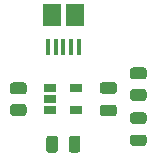
<source format=gbr>
%TF.GenerationSoftware,KiCad,Pcbnew,(5.1.10)-1*%
%TF.CreationDate,2021-10-28T23:59:16+02:00*%
%TF.ProjectId,Battery Charger Li-Po,42617474-6572-4792-9043-686172676572,rev?*%
%TF.SameCoordinates,Original*%
%TF.FileFunction,Paste,Top*%
%TF.FilePolarity,Positive*%
%FSLAX46Y46*%
G04 Gerber Fmt 4.6, Leading zero omitted, Abs format (unit mm)*
G04 Created by KiCad (PCBNEW (5.1.10)-1) date 2021-10-28 23:59:16*
%MOMM*%
%LPD*%
G01*
G04 APERTURE LIST*
%ADD10R,1.060000X0.650000*%
%ADD11R,1.500000X1.900000*%
%ADD12R,0.400000X1.350000*%
G04 APERTURE END LIST*
D10*
%TO.C,U1*%
X139530000Y-123510000D03*
X139530000Y-125410000D03*
X137330000Y-125410000D03*
X137330000Y-124460000D03*
X137330000Y-123510000D03*
%TD*%
%TO.C,R2*%
G36*
G01*
X134169999Y-124860000D02*
X135070001Y-124860000D01*
G75*
G02*
X135320000Y-125109999I0J-249999D01*
G01*
X135320000Y-125635001D01*
G75*
G02*
X135070001Y-125885000I-249999J0D01*
G01*
X134169999Y-125885000D01*
G75*
G02*
X133920000Y-125635001I0J249999D01*
G01*
X133920000Y-125109999D01*
G75*
G02*
X134169999Y-124860000I249999J0D01*
G01*
G37*
G36*
G01*
X134169999Y-123035000D02*
X135070001Y-123035000D01*
G75*
G02*
X135320000Y-123284999I0J-249999D01*
G01*
X135320000Y-123810001D01*
G75*
G02*
X135070001Y-124060000I-249999J0D01*
G01*
X134169999Y-124060000D01*
G75*
G02*
X133920000Y-123810001I0J249999D01*
G01*
X133920000Y-123284999D01*
G75*
G02*
X134169999Y-123035000I249999J0D01*
G01*
G37*
%TD*%
%TO.C,R1*%
G36*
G01*
X145230001Y-122790000D02*
X144329999Y-122790000D01*
G75*
G02*
X144080000Y-122540001I0J249999D01*
G01*
X144080000Y-122014999D01*
G75*
G02*
X144329999Y-121765000I249999J0D01*
G01*
X145230001Y-121765000D01*
G75*
G02*
X145480000Y-122014999I0J-249999D01*
G01*
X145480000Y-122540001D01*
G75*
G02*
X145230001Y-122790000I-249999J0D01*
G01*
G37*
G36*
G01*
X145230001Y-124615000D02*
X144329999Y-124615000D01*
G75*
G02*
X144080000Y-124365001I0J249999D01*
G01*
X144080000Y-123839999D01*
G75*
G02*
X144329999Y-123590000I249999J0D01*
G01*
X145230001Y-123590000D01*
G75*
G02*
X145480000Y-123839999I0J-249999D01*
G01*
X145480000Y-124365001D01*
G75*
G02*
X145230001Y-124615000I-249999J0D01*
G01*
G37*
%TD*%
D11*
%TO.C,J1*%
X139430000Y-117339215D03*
D12*
X138430000Y-120039215D03*
X137780000Y-120039215D03*
X137130000Y-120039215D03*
X139730000Y-120039215D03*
X139080000Y-120039215D03*
D11*
X137430000Y-117339215D03*
%TD*%
%TO.C,D1*%
G36*
G01*
X145236250Y-126550000D02*
X144323750Y-126550000D01*
G75*
G02*
X144080000Y-126306250I0J243750D01*
G01*
X144080000Y-125818750D01*
G75*
G02*
X144323750Y-125575000I243750J0D01*
G01*
X145236250Y-125575000D01*
G75*
G02*
X145480000Y-125818750I0J-243750D01*
G01*
X145480000Y-126306250D01*
G75*
G02*
X145236250Y-126550000I-243750J0D01*
G01*
G37*
G36*
G01*
X145236250Y-128425000D02*
X144323750Y-128425000D01*
G75*
G02*
X144080000Y-128181250I0J243750D01*
G01*
X144080000Y-127693750D01*
G75*
G02*
X144323750Y-127450000I243750J0D01*
G01*
X145236250Y-127450000D01*
G75*
G02*
X145480000Y-127693750I0J-243750D01*
G01*
X145480000Y-128181250D01*
G75*
G02*
X145236250Y-128425000I-243750J0D01*
G01*
G37*
%TD*%
%TO.C,C2*%
G36*
G01*
X138880000Y-128745000D02*
X138880000Y-127795000D01*
G75*
G02*
X139130000Y-127545000I250000J0D01*
G01*
X139630000Y-127545000D01*
G75*
G02*
X139880000Y-127795000I0J-250000D01*
G01*
X139880000Y-128745000D01*
G75*
G02*
X139630000Y-128995000I-250000J0D01*
G01*
X139130000Y-128995000D01*
G75*
G02*
X138880000Y-128745000I0J250000D01*
G01*
G37*
G36*
G01*
X136980000Y-128745000D02*
X136980000Y-127795000D01*
G75*
G02*
X137230000Y-127545000I250000J0D01*
G01*
X137730000Y-127545000D01*
G75*
G02*
X137980000Y-127795000I0J-250000D01*
G01*
X137980000Y-128745000D01*
G75*
G02*
X137730000Y-128995000I-250000J0D01*
G01*
X137230000Y-128995000D01*
G75*
G02*
X136980000Y-128745000I0J250000D01*
G01*
G37*
%TD*%
%TO.C,C1*%
G36*
G01*
X142715000Y-124010000D02*
X141765000Y-124010000D01*
G75*
G02*
X141515000Y-123760000I0J250000D01*
G01*
X141515000Y-123260000D01*
G75*
G02*
X141765000Y-123010000I250000J0D01*
G01*
X142715000Y-123010000D01*
G75*
G02*
X142965000Y-123260000I0J-250000D01*
G01*
X142965000Y-123760000D01*
G75*
G02*
X142715000Y-124010000I-250000J0D01*
G01*
G37*
G36*
G01*
X142715000Y-125910000D02*
X141765000Y-125910000D01*
G75*
G02*
X141515000Y-125660000I0J250000D01*
G01*
X141515000Y-125160000D01*
G75*
G02*
X141765000Y-124910000I250000J0D01*
G01*
X142715000Y-124910000D01*
G75*
G02*
X142965000Y-125160000I0J-250000D01*
G01*
X142965000Y-125660000D01*
G75*
G02*
X142715000Y-125910000I-250000J0D01*
G01*
G37*
%TD*%
M02*

</source>
